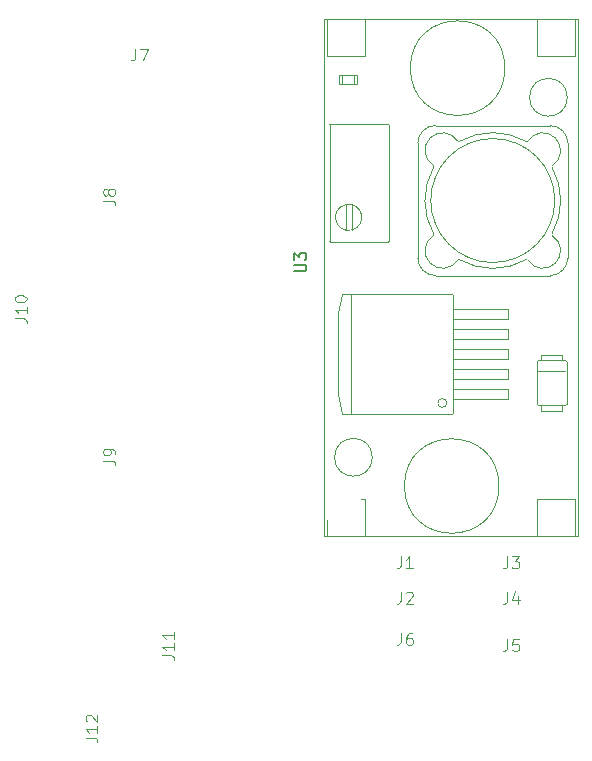
<source format=gbr>
%TF.GenerationSoftware,KiCad,Pcbnew,8.0.5*%
%TF.CreationDate,2025-07-12T23:47:55-04:00*%
%TF.ProjectId,Car,4361722e-6b69-4636-9164-5f7063625858,rev?*%
%TF.SameCoordinates,Original*%
%TF.FileFunction,Legend,Top*%
%TF.FilePolarity,Positive*%
%FSLAX46Y46*%
G04 Gerber Fmt 4.6, Leading zero omitted, Abs format (unit mm)*
G04 Created by KiCad (PCBNEW 8.0.5) date 2025-07-12 23:47:55*
%MOMM*%
%LPD*%
G01*
G04 APERTURE LIST*
%ADD10C,0.100000*%
%ADD11C,0.150000*%
%ADD12C,0.120000*%
G04 APERTURE END LIST*
D10*
X25457419Y-68809523D02*
X26171704Y-68809523D01*
X26171704Y-68809523D02*
X26314561Y-68857142D01*
X26314561Y-68857142D02*
X26409800Y-68952380D01*
X26409800Y-68952380D02*
X26457419Y-69095237D01*
X26457419Y-69095237D02*
X26457419Y-69190475D01*
X26457419Y-67809523D02*
X26457419Y-68380951D01*
X26457419Y-68095237D02*
X25457419Y-68095237D01*
X25457419Y-68095237D02*
X25600276Y-68190475D01*
X25600276Y-68190475D02*
X25695514Y-68285713D01*
X25695514Y-68285713D02*
X25743133Y-68380951D01*
X26457419Y-66857142D02*
X26457419Y-67428570D01*
X26457419Y-67142856D02*
X25457419Y-67142856D01*
X25457419Y-67142856D02*
X25600276Y-67238094D01*
X25600276Y-67238094D02*
X25695514Y-67333332D01*
X25695514Y-67333332D02*
X25743133Y-67428570D01*
X20457419Y-30333333D02*
X21171704Y-30333333D01*
X21171704Y-30333333D02*
X21314561Y-30380952D01*
X21314561Y-30380952D02*
X21409800Y-30476190D01*
X21409800Y-30476190D02*
X21457419Y-30619047D01*
X21457419Y-30619047D02*
X21457419Y-30714285D01*
X20885990Y-29714285D02*
X20838371Y-29809523D01*
X20838371Y-29809523D02*
X20790752Y-29857142D01*
X20790752Y-29857142D02*
X20695514Y-29904761D01*
X20695514Y-29904761D02*
X20647895Y-29904761D01*
X20647895Y-29904761D02*
X20552657Y-29857142D01*
X20552657Y-29857142D02*
X20505038Y-29809523D01*
X20505038Y-29809523D02*
X20457419Y-29714285D01*
X20457419Y-29714285D02*
X20457419Y-29523809D01*
X20457419Y-29523809D02*
X20505038Y-29428571D01*
X20505038Y-29428571D02*
X20552657Y-29380952D01*
X20552657Y-29380952D02*
X20647895Y-29333333D01*
X20647895Y-29333333D02*
X20695514Y-29333333D01*
X20695514Y-29333333D02*
X20790752Y-29380952D01*
X20790752Y-29380952D02*
X20838371Y-29428571D01*
X20838371Y-29428571D02*
X20885990Y-29523809D01*
X20885990Y-29523809D02*
X20885990Y-29714285D01*
X20885990Y-29714285D02*
X20933609Y-29809523D01*
X20933609Y-29809523D02*
X20981228Y-29857142D01*
X20981228Y-29857142D02*
X21076466Y-29904761D01*
X21076466Y-29904761D02*
X21266942Y-29904761D01*
X21266942Y-29904761D02*
X21362180Y-29857142D01*
X21362180Y-29857142D02*
X21409800Y-29809523D01*
X21409800Y-29809523D02*
X21457419Y-29714285D01*
X21457419Y-29714285D02*
X21457419Y-29523809D01*
X21457419Y-29523809D02*
X21409800Y-29428571D01*
X21409800Y-29428571D02*
X21362180Y-29380952D01*
X21362180Y-29380952D02*
X21266942Y-29333333D01*
X21266942Y-29333333D02*
X21076466Y-29333333D01*
X21076466Y-29333333D02*
X20981228Y-29380952D01*
X20981228Y-29380952D02*
X20933609Y-29428571D01*
X20933609Y-29428571D02*
X20885990Y-29523809D01*
X45666666Y-60457419D02*
X45666666Y-61171704D01*
X45666666Y-61171704D02*
X45619047Y-61314561D01*
X45619047Y-61314561D02*
X45523809Y-61409800D01*
X45523809Y-61409800D02*
X45380952Y-61457419D01*
X45380952Y-61457419D02*
X45285714Y-61457419D01*
X46666666Y-61457419D02*
X46095238Y-61457419D01*
X46380952Y-61457419D02*
X46380952Y-60457419D01*
X46380952Y-60457419D02*
X46285714Y-60600276D01*
X46285714Y-60600276D02*
X46190476Y-60695514D01*
X46190476Y-60695514D02*
X46095238Y-60743133D01*
D11*
X36644819Y-36311904D02*
X37454342Y-36311904D01*
X37454342Y-36311904D02*
X37549580Y-36264285D01*
X37549580Y-36264285D02*
X37597200Y-36216666D01*
X37597200Y-36216666D02*
X37644819Y-36121428D01*
X37644819Y-36121428D02*
X37644819Y-35930952D01*
X37644819Y-35930952D02*
X37597200Y-35835714D01*
X37597200Y-35835714D02*
X37549580Y-35788095D01*
X37549580Y-35788095D02*
X37454342Y-35740476D01*
X37454342Y-35740476D02*
X36644819Y-35740476D01*
X36644819Y-35359523D02*
X36644819Y-34740476D01*
X36644819Y-34740476D02*
X37025771Y-35073809D01*
X37025771Y-35073809D02*
X37025771Y-34930952D01*
X37025771Y-34930952D02*
X37073390Y-34835714D01*
X37073390Y-34835714D02*
X37121009Y-34788095D01*
X37121009Y-34788095D02*
X37216247Y-34740476D01*
X37216247Y-34740476D02*
X37454342Y-34740476D01*
X37454342Y-34740476D02*
X37549580Y-34788095D01*
X37549580Y-34788095D02*
X37597200Y-34835714D01*
X37597200Y-34835714D02*
X37644819Y-34930952D01*
X37644819Y-34930952D02*
X37644819Y-35216666D01*
X37644819Y-35216666D02*
X37597200Y-35311904D01*
X37597200Y-35311904D02*
X37549580Y-35359523D01*
D10*
X18957419Y-75809523D02*
X19671704Y-75809523D01*
X19671704Y-75809523D02*
X19814561Y-75857142D01*
X19814561Y-75857142D02*
X19909800Y-75952380D01*
X19909800Y-75952380D02*
X19957419Y-76095237D01*
X19957419Y-76095237D02*
X19957419Y-76190475D01*
X19957419Y-74809523D02*
X19957419Y-75380951D01*
X19957419Y-75095237D02*
X18957419Y-75095237D01*
X18957419Y-75095237D02*
X19100276Y-75190475D01*
X19100276Y-75190475D02*
X19195514Y-75285713D01*
X19195514Y-75285713D02*
X19243133Y-75380951D01*
X19052657Y-74428570D02*
X19005038Y-74380951D01*
X19005038Y-74380951D02*
X18957419Y-74285713D01*
X18957419Y-74285713D02*
X18957419Y-74047618D01*
X18957419Y-74047618D02*
X19005038Y-73952380D01*
X19005038Y-73952380D02*
X19052657Y-73904761D01*
X19052657Y-73904761D02*
X19147895Y-73857142D01*
X19147895Y-73857142D02*
X19243133Y-73857142D01*
X19243133Y-73857142D02*
X19385990Y-73904761D01*
X19385990Y-73904761D02*
X19957419Y-74476189D01*
X19957419Y-74476189D02*
X19957419Y-73857142D01*
X45666666Y-66957419D02*
X45666666Y-67671704D01*
X45666666Y-67671704D02*
X45619047Y-67814561D01*
X45619047Y-67814561D02*
X45523809Y-67909800D01*
X45523809Y-67909800D02*
X45380952Y-67957419D01*
X45380952Y-67957419D02*
X45285714Y-67957419D01*
X46571428Y-66957419D02*
X46380952Y-66957419D01*
X46380952Y-66957419D02*
X46285714Y-67005038D01*
X46285714Y-67005038D02*
X46238095Y-67052657D01*
X46238095Y-67052657D02*
X46142857Y-67195514D01*
X46142857Y-67195514D02*
X46095238Y-67385990D01*
X46095238Y-67385990D02*
X46095238Y-67766942D01*
X46095238Y-67766942D02*
X46142857Y-67862180D01*
X46142857Y-67862180D02*
X46190476Y-67909800D01*
X46190476Y-67909800D02*
X46285714Y-67957419D01*
X46285714Y-67957419D02*
X46476190Y-67957419D01*
X46476190Y-67957419D02*
X46571428Y-67909800D01*
X46571428Y-67909800D02*
X46619047Y-67862180D01*
X46619047Y-67862180D02*
X46666666Y-67766942D01*
X46666666Y-67766942D02*
X46666666Y-67528847D01*
X46666666Y-67528847D02*
X46619047Y-67433609D01*
X46619047Y-67433609D02*
X46571428Y-67385990D01*
X46571428Y-67385990D02*
X46476190Y-67338371D01*
X46476190Y-67338371D02*
X46285714Y-67338371D01*
X46285714Y-67338371D02*
X46190476Y-67385990D01*
X46190476Y-67385990D02*
X46142857Y-67433609D01*
X46142857Y-67433609D02*
X46095238Y-67528847D01*
X54666666Y-60457419D02*
X54666666Y-61171704D01*
X54666666Y-61171704D02*
X54619047Y-61314561D01*
X54619047Y-61314561D02*
X54523809Y-61409800D01*
X54523809Y-61409800D02*
X54380952Y-61457419D01*
X54380952Y-61457419D02*
X54285714Y-61457419D01*
X55047619Y-60457419D02*
X55666666Y-60457419D01*
X55666666Y-60457419D02*
X55333333Y-60838371D01*
X55333333Y-60838371D02*
X55476190Y-60838371D01*
X55476190Y-60838371D02*
X55571428Y-60885990D01*
X55571428Y-60885990D02*
X55619047Y-60933609D01*
X55619047Y-60933609D02*
X55666666Y-61028847D01*
X55666666Y-61028847D02*
X55666666Y-61266942D01*
X55666666Y-61266942D02*
X55619047Y-61362180D01*
X55619047Y-61362180D02*
X55571428Y-61409800D01*
X55571428Y-61409800D02*
X55476190Y-61457419D01*
X55476190Y-61457419D02*
X55190476Y-61457419D01*
X55190476Y-61457419D02*
X55095238Y-61409800D01*
X55095238Y-61409800D02*
X55047619Y-61362180D01*
X54666666Y-63457419D02*
X54666666Y-64171704D01*
X54666666Y-64171704D02*
X54619047Y-64314561D01*
X54619047Y-64314561D02*
X54523809Y-64409800D01*
X54523809Y-64409800D02*
X54380952Y-64457419D01*
X54380952Y-64457419D02*
X54285714Y-64457419D01*
X55571428Y-63790752D02*
X55571428Y-64457419D01*
X55333333Y-63409800D02*
X55095238Y-64124085D01*
X55095238Y-64124085D02*
X55714285Y-64124085D01*
X12957419Y-40309523D02*
X13671704Y-40309523D01*
X13671704Y-40309523D02*
X13814561Y-40357142D01*
X13814561Y-40357142D02*
X13909800Y-40452380D01*
X13909800Y-40452380D02*
X13957419Y-40595237D01*
X13957419Y-40595237D02*
X13957419Y-40690475D01*
X13957419Y-39309523D02*
X13957419Y-39880951D01*
X13957419Y-39595237D02*
X12957419Y-39595237D01*
X12957419Y-39595237D02*
X13100276Y-39690475D01*
X13100276Y-39690475D02*
X13195514Y-39785713D01*
X13195514Y-39785713D02*
X13243133Y-39880951D01*
X12957419Y-38690475D02*
X12957419Y-38595237D01*
X12957419Y-38595237D02*
X13005038Y-38499999D01*
X13005038Y-38499999D02*
X13052657Y-38452380D01*
X13052657Y-38452380D02*
X13147895Y-38404761D01*
X13147895Y-38404761D02*
X13338371Y-38357142D01*
X13338371Y-38357142D02*
X13576466Y-38357142D01*
X13576466Y-38357142D02*
X13766942Y-38404761D01*
X13766942Y-38404761D02*
X13862180Y-38452380D01*
X13862180Y-38452380D02*
X13909800Y-38499999D01*
X13909800Y-38499999D02*
X13957419Y-38595237D01*
X13957419Y-38595237D02*
X13957419Y-38690475D01*
X13957419Y-38690475D02*
X13909800Y-38785713D01*
X13909800Y-38785713D02*
X13862180Y-38833332D01*
X13862180Y-38833332D02*
X13766942Y-38880951D01*
X13766942Y-38880951D02*
X13576466Y-38928570D01*
X13576466Y-38928570D02*
X13338371Y-38928570D01*
X13338371Y-38928570D02*
X13147895Y-38880951D01*
X13147895Y-38880951D02*
X13052657Y-38833332D01*
X13052657Y-38833332D02*
X13005038Y-38785713D01*
X13005038Y-38785713D02*
X12957419Y-38690475D01*
X54666666Y-67457419D02*
X54666666Y-68171704D01*
X54666666Y-68171704D02*
X54619047Y-68314561D01*
X54619047Y-68314561D02*
X54523809Y-68409800D01*
X54523809Y-68409800D02*
X54380952Y-68457419D01*
X54380952Y-68457419D02*
X54285714Y-68457419D01*
X55619047Y-67457419D02*
X55142857Y-67457419D01*
X55142857Y-67457419D02*
X55095238Y-67933609D01*
X55095238Y-67933609D02*
X55142857Y-67885990D01*
X55142857Y-67885990D02*
X55238095Y-67838371D01*
X55238095Y-67838371D02*
X55476190Y-67838371D01*
X55476190Y-67838371D02*
X55571428Y-67885990D01*
X55571428Y-67885990D02*
X55619047Y-67933609D01*
X55619047Y-67933609D02*
X55666666Y-68028847D01*
X55666666Y-68028847D02*
X55666666Y-68266942D01*
X55666666Y-68266942D02*
X55619047Y-68362180D01*
X55619047Y-68362180D02*
X55571428Y-68409800D01*
X55571428Y-68409800D02*
X55476190Y-68457419D01*
X55476190Y-68457419D02*
X55238095Y-68457419D01*
X55238095Y-68457419D02*
X55142857Y-68409800D01*
X55142857Y-68409800D02*
X55095238Y-68362180D01*
X23166666Y-17457419D02*
X23166666Y-18171704D01*
X23166666Y-18171704D02*
X23119047Y-18314561D01*
X23119047Y-18314561D02*
X23023809Y-18409800D01*
X23023809Y-18409800D02*
X22880952Y-18457419D01*
X22880952Y-18457419D02*
X22785714Y-18457419D01*
X23547619Y-17457419D02*
X24214285Y-17457419D01*
X24214285Y-17457419D02*
X23785714Y-18457419D01*
X20457419Y-52333333D02*
X21171704Y-52333333D01*
X21171704Y-52333333D02*
X21314561Y-52380952D01*
X21314561Y-52380952D02*
X21409800Y-52476190D01*
X21409800Y-52476190D02*
X21457419Y-52619047D01*
X21457419Y-52619047D02*
X21457419Y-52714285D01*
X21457419Y-51809523D02*
X21457419Y-51619047D01*
X21457419Y-51619047D02*
X21409800Y-51523809D01*
X21409800Y-51523809D02*
X21362180Y-51476190D01*
X21362180Y-51476190D02*
X21219323Y-51380952D01*
X21219323Y-51380952D02*
X21028847Y-51333333D01*
X21028847Y-51333333D02*
X20647895Y-51333333D01*
X20647895Y-51333333D02*
X20552657Y-51380952D01*
X20552657Y-51380952D02*
X20505038Y-51428571D01*
X20505038Y-51428571D02*
X20457419Y-51523809D01*
X20457419Y-51523809D02*
X20457419Y-51714285D01*
X20457419Y-51714285D02*
X20505038Y-51809523D01*
X20505038Y-51809523D02*
X20552657Y-51857142D01*
X20552657Y-51857142D02*
X20647895Y-51904761D01*
X20647895Y-51904761D02*
X20885990Y-51904761D01*
X20885990Y-51904761D02*
X20981228Y-51857142D01*
X20981228Y-51857142D02*
X21028847Y-51809523D01*
X21028847Y-51809523D02*
X21076466Y-51714285D01*
X21076466Y-51714285D02*
X21076466Y-51523809D01*
X21076466Y-51523809D02*
X21028847Y-51428571D01*
X21028847Y-51428571D02*
X20981228Y-51380952D01*
X20981228Y-51380952D02*
X20885990Y-51333333D01*
X45666666Y-63457419D02*
X45666666Y-64171704D01*
X45666666Y-64171704D02*
X45619047Y-64314561D01*
X45619047Y-64314561D02*
X45523809Y-64409800D01*
X45523809Y-64409800D02*
X45380952Y-64457419D01*
X45380952Y-64457419D02*
X45285714Y-64457419D01*
X46095238Y-63552657D02*
X46142857Y-63505038D01*
X46142857Y-63505038D02*
X46238095Y-63457419D01*
X46238095Y-63457419D02*
X46476190Y-63457419D01*
X46476190Y-63457419D02*
X46571428Y-63505038D01*
X46571428Y-63505038D02*
X46619047Y-63552657D01*
X46619047Y-63552657D02*
X46666666Y-63647895D01*
X46666666Y-63647895D02*
X46666666Y-63743133D01*
X46666666Y-63743133D02*
X46619047Y-63885990D01*
X46619047Y-63885990D02*
X46047619Y-64457419D01*
X46047619Y-64457419D02*
X46666666Y-64457419D01*
D12*
%TO.C,U3*%
X39165000Y-14945000D02*
X39165000Y-58695000D01*
X39165000Y-58695000D02*
X60615000Y-58695000D01*
X39420000Y-18080000D02*
X39420000Y-14965000D01*
X39420000Y-58690000D02*
X39420000Y-57390000D01*
X39631295Y-25197688D02*
X39631295Y-25231643D01*
X39631295Y-25281022D02*
X39631295Y-25325894D01*
X39632295Y-33790217D02*
X39632295Y-23890217D01*
X39682295Y-23840217D02*
X44582294Y-23840217D01*
X40346671Y-39879767D02*
X40637610Y-38229767D01*
X40346671Y-46739767D02*
X40346671Y-39879767D01*
X40380296Y-19691319D02*
X40380296Y-20491319D01*
X40380296Y-19691319D02*
X41980295Y-19691319D01*
X40637610Y-48389767D02*
X40346671Y-46739767D01*
X40700296Y-20491319D02*
X40700296Y-19691319D01*
X40950900Y-32803615D02*
X40982295Y-32779447D01*
X40982295Y-30700986D02*
X40982295Y-32779447D01*
X41007294Y-32791406D02*
X40976075Y-32784236D01*
X41007294Y-32791406D02*
X40982295Y-32779447D01*
X41007294Y-32791406D02*
X41002062Y-32815853D01*
X41426670Y-38229767D02*
X41426670Y-48389767D01*
X41482294Y-32779447D02*
X41482294Y-30700986D01*
X41660295Y-19691319D02*
X41660295Y-20491319D01*
X41980295Y-19691319D02*
X41980295Y-20491319D01*
X41980295Y-20491319D02*
X40380296Y-20491319D01*
X42004149Y-48390767D02*
X42165687Y-48390767D01*
X42270000Y-55560000D02*
X42580000Y-55560000D01*
X42575000Y-58690000D02*
X42580000Y-55560000D01*
X42580000Y-18080000D02*
X39420000Y-18080000D01*
X42580000Y-18080000D02*
X42580000Y-14920000D01*
X44582294Y-33840217D02*
X39682295Y-33840217D01*
X44632294Y-23890217D02*
X44632294Y-33790217D01*
X47085796Y-25472603D02*
X47085796Y-35172603D01*
X48585796Y-36672603D02*
X58285796Y-36672603D01*
X49989106Y-38229767D02*
X40637610Y-38229767D01*
X49989106Y-48389767D02*
X40637610Y-48389767D01*
X49989106Y-48389767D02*
X50066670Y-48312203D01*
X50066670Y-38307330D02*
X49989106Y-38229767D01*
X50066670Y-48312203D02*
X50066670Y-38307330D01*
X54696670Y-39489767D02*
X50066670Y-39489767D01*
X54696670Y-40329767D02*
X50066670Y-40329767D01*
X54696670Y-40329767D02*
X54696670Y-39489767D01*
X54696670Y-41189767D02*
X50066670Y-41189767D01*
X54696670Y-42029767D02*
X50066670Y-42029767D01*
X54696670Y-42029767D02*
X54696670Y-41189767D01*
X54696670Y-42889767D02*
X50066670Y-42889767D01*
X54696670Y-43729767D02*
X50066670Y-43729767D01*
X54696670Y-43729767D02*
X54696670Y-42889767D01*
X54696670Y-44589767D02*
X50066670Y-44589767D01*
X54696670Y-45429767D02*
X50066670Y-45429767D01*
X54696670Y-45429767D02*
X54696670Y-44589767D01*
X54696670Y-46289767D02*
X50066670Y-46289767D01*
X54696670Y-47129767D02*
X50066670Y-47129767D01*
X54696670Y-47129767D02*
X54696670Y-46289767D01*
X57183217Y-47558364D02*
X57183217Y-43958364D01*
X57200000Y-18080000D02*
X57200000Y-14965000D01*
X57200000Y-55560000D02*
X60360000Y-55560000D01*
X57200000Y-58690000D02*
X57200000Y-55560000D01*
X57283217Y-43858364D02*
X59583217Y-43858364D01*
X57283217Y-44728642D02*
X59583217Y-44728642D01*
X57558217Y-43408364D02*
X59308217Y-43408364D01*
X57558217Y-43858364D02*
X57558217Y-43408364D01*
X57558217Y-48108364D02*
X57558217Y-47658364D01*
X57794696Y-43857364D02*
X57700144Y-43857364D01*
X58285796Y-23972603D02*
X48585796Y-23972603D01*
X59308217Y-43408364D02*
X59308217Y-43858364D01*
X59308217Y-47658364D02*
X59308217Y-48108364D01*
X59308217Y-48108364D02*
X57558217Y-48108364D01*
X59583217Y-47658364D02*
X57283217Y-47658364D01*
X59683217Y-43958364D02*
X59683217Y-47558364D01*
X59785796Y-35172603D02*
X59785796Y-25472603D01*
X60360000Y-18080000D02*
X57200000Y-18080000D01*
X60360000Y-18080000D02*
X60360000Y-14965000D01*
X60360000Y-58690000D02*
X60360000Y-55560000D01*
X60615000Y-14945000D02*
X39165000Y-14945000D01*
X60615000Y-58695000D02*
X60615000Y-14945000D01*
X39632295Y-23890217D02*
G75*
G02*
X39682295Y-23840195I50005J17D01*
G01*
X39682295Y-33840217D02*
G75*
G02*
X39632283Y-33790217I5J50017D01*
G01*
X41462527Y-32815852D02*
G75*
G02*
X41513690Y-32803615I-230227J1075652D01*
G01*
X44582294Y-23840217D02*
G75*
G02*
X44632283Y-23890217I6J-49983D01*
G01*
X44632294Y-33790217D02*
G75*
G02*
X44582294Y-33840194I-49994J17D01*
G01*
X47085796Y-25472603D02*
G75*
G02*
X48585796Y-23972596I1500004J3D01*
G01*
X48399531Y-27352817D02*
G75*
G02*
X48433641Y-27487002I-52931J-84883D01*
G01*
X48399531Y-27352817D02*
G75*
G02*
X50466018Y-25286333I793669J1272817D01*
G01*
X48433617Y-33158216D02*
G75*
G02*
X48433617Y-27486989I5002178J2835614D01*
G01*
X48433617Y-33158217D02*
G75*
G02*
X48399530Y-33292388I-87117J-49283D01*
G01*
X48585796Y-36672603D02*
G75*
G02*
X47085797Y-35172603I4J1500003D01*
G01*
X50466010Y-35358869D02*
G75*
G02*
X50600217Y-35324722I84890J-52831D01*
G01*
X50466011Y-35358868D02*
G75*
G02*
X48399531Y-33292389I-1272851J793628D01*
G01*
X50600183Y-25320424D02*
G75*
G02*
X56271412Y-25320421I2835617J-5002176D01*
G01*
X50600184Y-25320423D02*
G75*
G02*
X50466010Y-25286338I-49284J87123D01*
G01*
X56271409Y-35324783D02*
G75*
G02*
X56405560Y-35358882I49291J-87017D01*
G01*
X56271410Y-35324782D02*
G75*
G02*
X50600185Y-35324779I-2835610J5002182D01*
G01*
X56405582Y-25286338D02*
G75*
G02*
X58472062Y-27352818I1272858J-793622D01*
G01*
X56405583Y-25286337D02*
G75*
G02*
X56271398Y-25320445I-84883J52937D01*
G01*
X57183217Y-43958364D02*
G75*
G02*
X57283217Y-43858317I100083J-36D01*
G01*
X57283217Y-47658364D02*
G75*
G02*
X57183236Y-47558364I-17J99964D01*
G01*
X58285796Y-23972603D02*
G75*
G02*
X59785797Y-25472603I4J-1499997D01*
G01*
X58437976Y-27486989D02*
G75*
G02*
X58437976Y-33158217I-5002180J-2835614D01*
G01*
X58437976Y-27486989D02*
G75*
G02*
X58472075Y-27352838I87024J49289D01*
G01*
X58472062Y-33292389D02*
G75*
G02*
X56405590Y-35358863I-793662J-1272811D01*
G01*
X58472062Y-33292389D02*
G75*
G02*
X58437918Y-33158184I52838J84889D01*
G01*
X59583217Y-43858364D02*
G75*
G02*
X59683236Y-43958364I-17J-100036D01*
G01*
X59683217Y-47558364D02*
G75*
G02*
X59583217Y-47658317I-99917J-36D01*
G01*
X59785796Y-35172603D02*
G75*
G02*
X58285796Y-36672596I-1499996J3D01*
G01*
X43233999Y-52060000D02*
G75*
G02*
X40036001Y-52060000I-1598999J0D01*
G01*
X40036001Y-52060000D02*
G75*
G02*
X43233999Y-52060000I1598999J0D01*
G01*
X49529594Y-47466821D02*
G75*
G02*
X48779594Y-47466821I-375000J0D01*
G01*
X48779594Y-47466821D02*
G75*
G02*
X49529594Y-47466821I375000J0D01*
G01*
X53957418Y-54493334D02*
G75*
G02*
X45957418Y-54493334I-4000000J0D01*
G01*
X45957418Y-54493334D02*
G75*
G02*
X53957418Y-54493334I4000000J0D01*
G01*
X54455206Y-19110693D02*
G75*
G02*
X46455206Y-19110693I-4000000J0D01*
G01*
X46455206Y-19110693D02*
G75*
G02*
X54455206Y-19110693I4000000J0D01*
G01*
X58685796Y-30322603D02*
G75*
G02*
X48185796Y-30322603I-5250000J0D01*
G01*
X48185796Y-30322603D02*
G75*
G02*
X58685796Y-30322603I5250000J0D01*
G01*
X59744000Y-21580000D02*
G75*
G02*
X56546000Y-21580000I-1599000J0D01*
G01*
X56546000Y-21580000D02*
G75*
G02*
X59744000Y-21580000I1599000J0D01*
G01*
%TD*%
M02*

</source>
